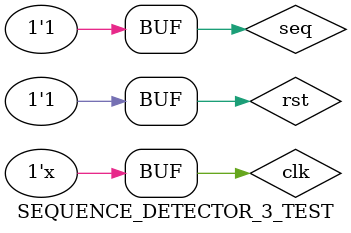
<source format=v>
`timescale 1ns / 1ps


//20L118 HARIHARAN R R

module SEQUENCE_DETECTOR_3_TEST;

	// Inputs
	reg seq;
	reg clk;
	reg rst;

	// Outputs
	wire dout;

	// Instantiate the Unit Under Test (UUT)
	SEQUENCE_DETECTOR_3 uut (
		.seq(seq), 
		.clk(clk), 
		.rst(rst), 
		.dout(dout)
	);

	initial begin
		// Initialize Inputs
		seq = 0;
		clk = 0;
		rst = 0;
      end
	   always #10 clk=~clk;
		initial begin
		// Wait 100 ns for global reset to finish
		#100 rst=1'b1;seq=1'b0;
		#10 rst=1'b0;seq=1'b0;
		#100 rst=1'b1;seq=1'b0;
		#100 rst=1'b0;seq=1'b1;
		#10 rst=1'b1;seq=1'b0;
		#10 rst=1'b1;seq=1'b1;
        
		// Add stimulus here

	end
      
endmodule


</source>
